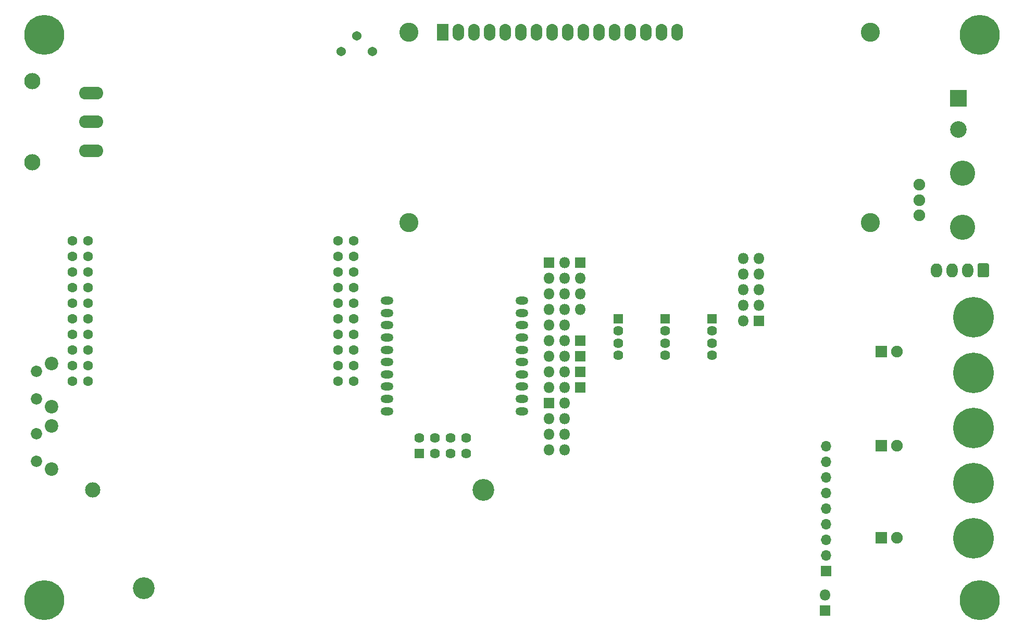
<source format=gbr>
%TF.GenerationSoftware,KiCad,Pcbnew,5.1.6*%
%TF.CreationDate,2020-08-10T13:19:17+02:00*%
%TF.ProjectId,MCT_Labor_5529,4d43545f-4c61-4626-9f72-5f353532392e,rev?*%
%TF.SameCoordinates,Original*%
%TF.FileFunction,Soldermask,Bot*%
%TF.FilePolarity,Negative*%
%FSLAX46Y46*%
G04 Gerber Fmt 4.6, Leading zero omitted, Abs format (unit mm)*
G04 Created by KiCad (PCBNEW 5.1.6) date 2020-08-10 13:19:17*
%MOMM*%
%LPD*%
G01*
G04 APERTURE LIST*
%ADD10O,1.840000X2.290000*%
%ADD11C,6.500000*%
%ADD12C,0.900000*%
%ADD13C,1.600000*%
%ADD14C,2.490000*%
%ADD15C,3.550000*%
%ADD16C,1.624000*%
%ADD17R,1.624000X1.624000*%
%ADD18C,2.640000*%
%ADD19O,3.910000X2.100000*%
%ADD20C,2.200000*%
%ADD21C,1.850000*%
%ADD22C,1.900000*%
%ADD23R,1.900000X1.900000*%
%ADD24C,6.600000*%
%ADD25C,3.100000*%
%ADD26O,1.900000X2.700000*%
%ADD27R,1.900000X2.700000*%
%ADD28O,2.100000X1.300000*%
%ADD29C,4.100000*%
%ADD30C,1.540000*%
%ADD31O,1.700000X1.700000*%
%ADD32R,1.700000X1.700000*%
%ADD33O,1.800000X1.800000*%
%ADD34R,1.800000X1.800000*%
%ADD35C,2.700000*%
%ADD36R,2.700000X2.700000*%
G04 APERTURE END LIST*
%TO.C,J10*%
G36*
G01*
X207516300Y-91457387D02*
X207516300Y-93218653D01*
G75*
G02*
X207251933Y-93483020I-264367J0D01*
G01*
X205940667Y-93483020D01*
G75*
G02*
X205676300Y-93218653I0J264367D01*
G01*
X205676300Y-91457387D01*
G75*
G02*
X205940667Y-91193020I264367J0D01*
G01*
X207251933Y-91193020D01*
G75*
G02*
X207516300Y-91457387I0J-264367D01*
G01*
G37*
D10*
X204056300Y-92338020D03*
X201516300Y-92338020D03*
X198976300Y-92338020D03*
%TD*%
D11*
%TO.C,REF\u002A\u002A*%
X206000000Y-146000000D03*
D12*
X208400000Y-146000000D03*
X207697056Y-147697056D03*
X206000000Y-148400000D03*
X204302944Y-147697056D03*
X203600000Y-146000000D03*
X204302944Y-144302944D03*
X206000000Y-143600000D03*
X207697056Y-144302944D03*
%TD*%
D11*
%TO.C,REF\u002A\u002A*%
X54000000Y-54000000D03*
D12*
X56400000Y-54000000D03*
X55697056Y-55697056D03*
X54000000Y-56400000D03*
X52302944Y-55697056D03*
X51600000Y-54000000D03*
X52302944Y-52302944D03*
X54000000Y-51600000D03*
X55697056Y-52302944D03*
%TD*%
%TO.C,e*%
X55697056Y-144302944D03*
X54000000Y-143600000D03*
X52302944Y-144302944D03*
X51600000Y-146000000D03*
X52302944Y-147697056D03*
X54000000Y-148400000D03*
X55697056Y-147697056D03*
X56400000Y-146000000D03*
D11*
X54000000Y-146000000D03*
%TD*%
D12*
%TO.C,REF\u002A\u002A*%
X207697056Y-52302944D03*
X206000000Y-51600000D03*
X204302944Y-52302944D03*
X203600000Y-54000000D03*
X204302944Y-55697056D03*
X206000000Y-56400000D03*
X207697056Y-55697056D03*
X208400000Y-54000000D03*
D11*
X206000000Y-54000000D03*
%TD*%
D13*
%TO.C,U10*%
X58500000Y-87500000D03*
X61040000Y-87500000D03*
X104220000Y-87500000D03*
X101680000Y-87500000D03*
X58500000Y-90040000D03*
X58500000Y-92580000D03*
X58500000Y-95120000D03*
X58500000Y-97660000D03*
X58500000Y-100200000D03*
X58500000Y-102740000D03*
X58500000Y-105280000D03*
X58500000Y-107820000D03*
X58500000Y-110360000D03*
X104220000Y-110360000D03*
X104220000Y-107820000D03*
X104220000Y-105280000D03*
X104220000Y-102740000D03*
X104220000Y-100200000D03*
X104220000Y-97660000D03*
X104220000Y-95120000D03*
X104220000Y-92580000D03*
X104220000Y-90040000D03*
X61040000Y-90040000D03*
X61040000Y-92580000D03*
X61040000Y-95120000D03*
X61040000Y-97660000D03*
X61040000Y-100200000D03*
X61040000Y-102740000D03*
X61040000Y-105280000D03*
X61040000Y-107820000D03*
X61040000Y-110360000D03*
X101680000Y-110360000D03*
X101680000Y-107820000D03*
X101680000Y-105280000D03*
X101680000Y-102740000D03*
X101680000Y-100200000D03*
X101680000Y-97660000D03*
X101680000Y-95120000D03*
X101680000Y-92580000D03*
X101680000Y-90040000D03*
%TD*%
D14*
%TO.C,BT1*%
X61840000Y-128120000D03*
D15*
X70170000Y-144120000D03*
X125370000Y-128120000D03*
%TD*%
D16*
%TO.C,J6*%
X162463800Y-106204400D03*
X162463800Y-104204400D03*
X162463800Y-102204400D03*
D17*
X162463800Y-100204400D03*
%TD*%
D18*
%TO.C,SW3*%
X52045000Y-74775000D03*
X52045000Y-61575000D03*
D19*
X61575000Y-72875000D03*
X61575000Y-68175000D03*
X61575000Y-63475000D03*
%TD*%
D20*
%TO.C,SW2*%
X55175000Y-124670000D03*
D21*
X52685000Y-123420000D03*
X52685000Y-118920000D03*
D20*
X55175000Y-117660000D03*
%TD*%
%TO.C,SW1*%
X55175000Y-114510000D03*
D21*
X52685000Y-113260000D03*
X52685000Y-108760000D03*
D20*
X55175000Y-107500000D03*
%TD*%
D22*
%TO.C,LD_F3*%
X192550100Y-135911100D03*
D23*
X190010100Y-135911100D03*
%TD*%
D22*
%TO.C,LD_F2*%
X192550100Y-120911100D03*
D23*
X190010100Y-120911100D03*
%TD*%
%TO.C,LD_F1*%
X190010100Y-105551100D03*
D22*
X192550100Y-105551100D03*
%TD*%
D24*
%TO.C,J13*%
X205000000Y-136000000D03*
%TD*%
%TO.C,J12*%
X205000000Y-118000000D03*
%TD*%
%TO.C,J11*%
X205000000Y-127000000D03*
%TD*%
%TO.C,J8*%
X205000000Y-109000000D03*
%TD*%
D25*
%TO.C,U1*%
X188225000Y-53570000D03*
X188224480Y-84570700D03*
X113225900Y-84570700D03*
X113225900Y-53570000D03*
D26*
X156825000Y-53570000D03*
X154285000Y-53570000D03*
X151745000Y-53570000D03*
X149205000Y-53570000D03*
X146665000Y-53570000D03*
X144125000Y-53570000D03*
X141585000Y-53570000D03*
X139045000Y-53570000D03*
X136505000Y-53570000D03*
X133965000Y-53570000D03*
X131425000Y-53570000D03*
X128885000Y-53570000D03*
X126345000Y-53570000D03*
X123805000Y-53570000D03*
X121265000Y-53570000D03*
D27*
X118725000Y-53570000D03*
%TD*%
D28*
%TO.C,X1*%
X109630000Y-115275000D03*
X131630000Y-115275000D03*
X109630000Y-113275000D03*
X131630000Y-113275000D03*
X109630000Y-111275000D03*
X131630000Y-111275000D03*
X109630000Y-109275000D03*
X131630000Y-109275000D03*
X109630000Y-107275000D03*
X131630000Y-107275000D03*
X109630000Y-105275000D03*
X131630000Y-105275000D03*
X109630000Y-103275000D03*
X131630000Y-103275000D03*
X109630000Y-101275000D03*
X131630000Y-101275000D03*
X109630000Y-99275000D03*
X131630000Y-99275000D03*
X109630000Y-97275000D03*
X131630000Y-97275000D03*
%TD*%
D16*
%TO.C,U5*%
X122535000Y-119610000D03*
X122535000Y-122150000D03*
X119995000Y-119610000D03*
X119995000Y-122150000D03*
X117455000Y-119610000D03*
X117455000Y-122150000D03*
X114915000Y-119610000D03*
D17*
X114915000Y-122150000D03*
%TD*%
D29*
%TO.C,RV2*%
X203195000Y-85315000D03*
X203195000Y-76515000D03*
D22*
X196195000Y-83415000D03*
X196195000Y-80915000D03*
X196195000Y-78415000D03*
%TD*%
D30*
%TO.C,RV1*%
X102215000Y-56745000D03*
X104755000Y-54205000D03*
X107295000Y-56745000D03*
%TD*%
D31*
%TO.C,RN1*%
X181033740Y-120994300D03*
X181033740Y-123534300D03*
X181033740Y-126074300D03*
X181033740Y-128614300D03*
X181033740Y-131154300D03*
X181033740Y-133694300D03*
X181033740Y-136234300D03*
X181033740Y-138774300D03*
D32*
X181033740Y-141314300D03*
%TD*%
D33*
%TO.C,JP5*%
X135966520Y-106329640D03*
X138506520Y-106329640D03*
D34*
X141046520Y-106329640D03*
%TD*%
D33*
%TO.C,JP4*%
X135966520Y-103789640D03*
X138506520Y-103789640D03*
D34*
X141046520Y-103789640D03*
%TD*%
D33*
%TO.C,JP3*%
X135966520Y-111409640D03*
X138506520Y-111409640D03*
D34*
X141046520Y-111409640D03*
%TD*%
D33*
%TO.C,JP1*%
X135966520Y-108869640D03*
X138506520Y-108869640D03*
D34*
X141046520Y-108869640D03*
%TD*%
D35*
%TO.C,J18*%
X202545000Y-69445000D03*
D36*
X202545000Y-64365000D03*
%TD*%
D33*
%TO.C,J14*%
X167620000Y-90400000D03*
X170160000Y-90400000D03*
X167620000Y-92940000D03*
X170160000Y-92940000D03*
X167620000Y-95480000D03*
X170160000Y-95480000D03*
X167620000Y-98020000D03*
X170160000Y-98020000D03*
X167620000Y-100560000D03*
D34*
X170160000Y-100560000D03*
%TD*%
D33*
%TO.C,J7*%
X141046520Y-98709640D03*
X141046520Y-96169640D03*
X141046520Y-93629640D03*
D34*
X141046520Y-91089640D03*
%TD*%
D16*
%TO.C,J5*%
X154843800Y-106204400D03*
X154843800Y-104204400D03*
X154843800Y-102204400D03*
D17*
X154843800Y-100204400D03*
%TD*%
D33*
%TO.C,J4*%
X138506520Y-121569640D03*
X135966520Y-121569640D03*
X138506520Y-119029640D03*
X135966520Y-119029640D03*
X138506520Y-116489640D03*
X135966520Y-116489640D03*
X138506520Y-113949640D03*
D34*
X135966520Y-113949640D03*
%TD*%
D16*
%TO.C,J3*%
X147223800Y-106204400D03*
X147223800Y-104204400D03*
X147223800Y-102204400D03*
D17*
X147223800Y-100204400D03*
%TD*%
D33*
%TO.C,J2*%
X138506520Y-101249640D03*
X135966520Y-101249640D03*
X138506520Y-98709640D03*
X135966520Y-98709640D03*
X138506520Y-96169640D03*
X135966520Y-96169640D03*
X138506520Y-93629640D03*
X135966520Y-93629640D03*
X138506520Y-91089640D03*
D34*
X135966520Y-91089640D03*
%TD*%
D24*
%TO.C,J9*%
X205000000Y-100000000D03*
%TD*%
D34*
%TO.C,J15*%
X180881340Y-147710020D03*
D33*
X180881340Y-145170020D03*
%TD*%
M02*

</source>
